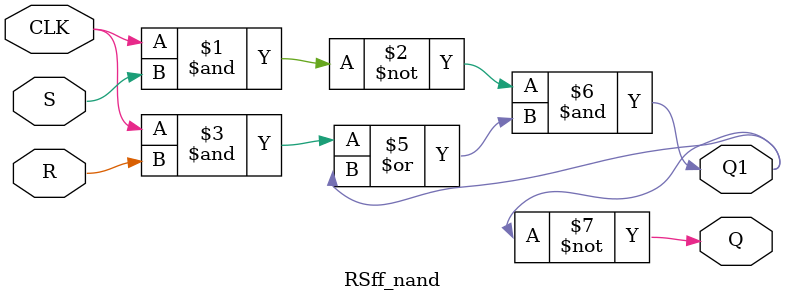
<source format=v>
`timescale 1ns / 1ps

module RSff_nand(
input CLK, S, R,
output Q, Q1
    );

assign Q = ~( ~(CLK&S) & ((CLK&R)|~Q) ); 
assign Q1 = ~Q;

endmodule

</source>
